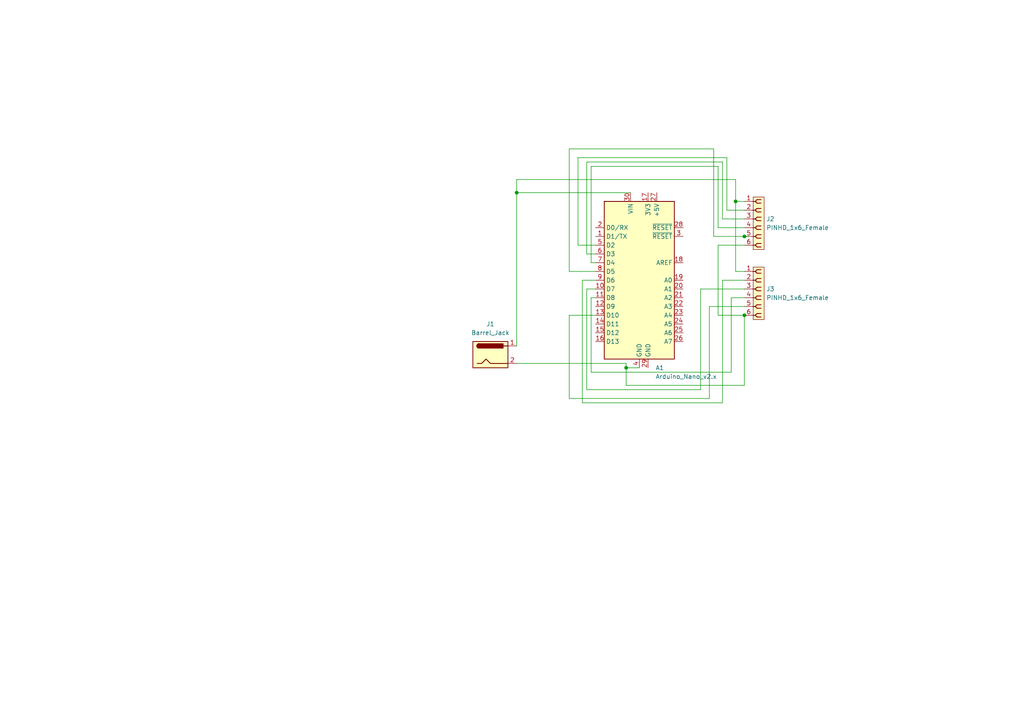
<source format=kicad_sch>
(kicad_sch (version 20250114) (generator "eeschema") (generator_version "9.0")
  (paper "A4")
  (lib_symbols
    (symbol "Connector:Barrel_Jack" (pin_names (offset 1.016))
      (property "Reference" "J" (at 0 5.334 0))
      (property "Value" "Barrel_Jack" (at 0 -5.08 0))
      (symbol "Barrel_Jack_0_1"
        (rectangle (start -5.08 3.81) (end 5.08 -3.81) (stroke (width 0.254)) (fill (type background)))
        (polyline (pts (xy -3.81 -2.54) (xy -2.54 -2.54) (xy -1.27 -1.27) (xy 0 -2.54) (xy 2.54 -2.54) (xy 5.08 -2.54)) (stroke (width 0.254)))
        (arc (start -3.302 1.905) (mid -3.9343 2.54) (end -3.302 3.175) (stroke (width 0.254)))
        (arc (start -3.302 1.905) (mid -3.9343 2.54) (end -3.302 3.175) (stroke (width 0.254)) (fill (type outline)))
        (rectangle (start 3.683 3.175) (end -3.302 1.905) (stroke (width 0.254)) (fill (type outline)))
        (polyline (pts (xy 5.08 2.54) (xy 3.81 2.54)) (stroke (width 0.254)))
      )
      (symbol "Barrel_Jack_1_1"
        (pin passive line (at 7.62 2.54 180) (length 2.54) (name "~") (number "1"))
        (pin passive line (at 7.62 -2.54 180) (length 2.54) (name "~") (number "2"))
      )
    )
    (symbol "MCU_Module:Arduino_Nano_v2.x"
      (property "Reference" "A" (at -10.16 23.495 0))
      (property "Value" "Arduino_Nano_v2.x" (at 5.08 -24.13 0))
      (symbol "Arduino_Nano_v2.x_0_1"
        (rectangle (start -10.16 22.86) (end 10.16 -22.86) (stroke (width 0.254)) (fill (type background)))
      )
      (symbol "Arduino_Nano_v2.x_1_1"
        (pin bidirectional line (at -12.7 15.24 0) (length 2.54) (name "D0/RX") (number "2"))
        (pin bidirectional line (at -12.7 12.7 0) (length 2.54) (name "D1/TX") (number "1"))
        (pin bidirectional line (at -12.7 10.16 0) (length 2.54) (name "D2") (number "5"))
        (pin bidirectional line (at -12.7 7.62 0) (length 2.54) (name "D3") (number "6"))
        (pin bidirectional line (at -12.7 5.08 0) (length 2.54) (name "D4") (number "7"))
        (pin bidirectional line (at -12.7 2.54 0) (length 2.54) (name "D5") (number "8"))
        (pin bidirectional line (at -12.7 0 0) (length 2.54) (name "D6") (number "9"))
        (pin bidirectional line (at -12.7 -2.54 0) (length 2.54) (name "D7") (number "10"))
        (pin bidirectional line (at -12.7 -5.08 0) (length 2.54) (name "D8") (number "11"))
        (pin bidirectional line (at -12.7 -7.62 0) (length 2.54) (name "D9") (number "12"))
        (pin bidirectional line (at -12.7 -10.16 0) (length 2.54) (name "D10") (number "13"))
        (pin bidirectional line (at -12.7 -12.7 0) (length 2.54) (name "D11") (number "14"))
        (pin bidirectional line (at -12.7 -15.24 0) (length 2.54) (name "D12") (number "15"))
        (pin bidirectional line (at -12.7 -17.78 0) (length 2.54) (name "D13") (number "16"))
        (pin power_in line (at -2.54 25.4 270) (length 2.54) (name "VIN") (number "30"))
        (pin power_in line (at 0 -25.4 90) (length 2.54) (name "GND") (number "4"))
        (pin power_out line (at 2.54 25.4 270) (length 2.54) (name "3V3") (number "17"))
        (pin power_in line (at 2.54 -25.4 90) (length 2.54) (name "GND") (number "29"))
        (pin power_out line (at 5.08 25.4 270) (length 2.54) (name "+5V") (number "27"))
        (pin input line (at 12.7 15.24 180) (length 2.54) (name "~{RESET}") (number "28"))
        (pin input line (at 12.7 12.7 180) (length 2.54) (name "~{RESET}") (number "3"))
        (pin input line (at 12.7 5.08 180) (length 2.54) (name "AREF") (number "18"))
        (pin bidirectional line (at 12.7 0 180) (length 2.54) (name "A0") (number "19"))
        (pin bidirectional line (at 12.7 -2.54 180) (length 2.54) (name "A1") (number "20"))
        (pin bidirectional line (at 12.7 -5.08 180) (length 2.54) (name "A2") (number "21"))
        (pin bidirectional line (at 12.7 -7.62 180) (length 2.54) (name "A3") (number "22"))
        (pin bidirectional line (at 12.7 -10.16 180) (length 2.54) (name "A4") (number "23"))
        (pin bidirectional line (at 12.7 -12.7 180) (length 2.54) (name "A5") (number "24"))
        (pin bidirectional line (at 12.7 -15.24 180) (length 2.54) (name "A6") (number "25"))
        (pin bidirectional line (at 12.7 -17.78 180) (length 2.54) (name "A7") (number "26"))
      )
    )
    (symbol "PCM_SL_Pin_Headers:PINHD_1x6_Female"
      (property "Reference" "J" (at 0 12.7 0))
      (property "Value" "PINHD_1x6_Female" (at 0 10.16 0))
      (symbol "PINHD_1x6_Female_0_1"
        (rectangle (start -1.27 7.62) (end 1.905 -7.62) (fill (type background)))
        (polyline (pts (xy -1.27 6.35) (xy -0.508 6.35)) (stroke (width 0.25)))
        (polyline (pts (xy -1.27 3.81) (xy -0.508 3.81)) (stroke (width 0.25)))
        (polyline (pts (xy -1.27 1.27) (xy -0.508 1.27)) (stroke (width 0.25)))
        (polyline (pts (xy -1.27 -1.27) (xy -0.508 -1.27)) (stroke (width 0.25)))
        (polyline (pts (xy -1.27 -3.81) (xy -0.508 -3.81)) (stroke (width 0.25)))
        (polyline (pts (xy -1.27 -6.35) (xy -0.508 -6.35)) (stroke (width 0.25)))
        (polyline (pts (xy 0 6.858) (xy 1.016 6.858)) (stroke (width 0.25)))
        (arc (start -0.508 6.35) (mid -0.3592 6.7092) (end 0 6.858) (stroke (width 0.25)))
        (arc (start 0 5.842) (mid -0.3592 5.9908) (end -0.508 6.35) (stroke (width 0.25)))
        (polyline (pts (xy 0 5.842) (xy 1.016 5.842)) (stroke (width 0.25)))
        (polyline (pts (xy 0 4.318) (xy 1.016 4.318)) (stroke (width 0.25)))
        (arc (start -0.508 3.81) (mid -0.3592 4.1692) (end 0 4.318) (stroke (width 0.25)))
        (arc (start 0 3.302) (mid -0.3592 3.4508) (end -0.508 3.81) (stroke (width 0.25)))
        (polyline (pts (xy 0 3.302) (xy 1.016 3.302)) (stroke (width 0.25)))
        (polyline (pts (xy 0 1.778) (xy 1.016 1.778)) (stroke (width 0.25)))
        (arc (start -0.508 1.27) (mid -0.3592 1.6292) (end 0 1.778) (stroke (width 0.25)))
        (arc (start 0 0.762) (mid -0.3592 0.9108) (end -0.508 1.27) (stroke (width 0.25)))
        (polyline (pts (xy 0 0.762) (xy 1.016 0.762)) (stroke (width 0.25)))
        (polyline (pts (xy 0 -0.762) (xy 1.016 -0.762)) (stroke (width 0.25)))
        (arc (start -0.508 -1.27) (mid -0.3592 -0.9108) (end 0 -0.762) (stroke (width 0.25)))
        (arc (start 0 -1.778) (mid -0.3592 -1.6292) (end -0.508 -1.27) (stroke (width 0.25)))
        (polyline (pts (xy 0 -1.778) (xy 1.016 -1.778)) (stroke (width 0.25)))
        (polyline (pts (xy 0 -3.302) (xy 1.016 -3.302)) (stroke (width 0.25)))
        (arc (start -0.508 -3.81) (mid -0.3592 -3.4508) (end 0 -3.302) (stroke (width 0.25)))
        (arc (start 0 -4.318) (mid -0.3592 -4.1692) (end -0.508 -3.81) (stroke (width 0.25)))
        (polyline (pts (xy 0 -4.318) (xy 1.016 -4.318)) (stroke (width 0.25)))
        (polyline (pts (xy 0 -5.842) (xy 1.016 -5.842)) (stroke (width 0.25)))
        (arc (start -0.508 -6.35) (mid -0.3592 -5.9908) (end 0 -5.842) (stroke (width 0.25)))
        (arc (start 0 -6.858) (mid -0.3592 -6.7092) (end -0.508 -6.35) (stroke (width 0.25)))
        (polyline (pts (xy 0 -6.858) (xy 1.016 -6.858)) (stroke (width 0.25)))
      )
      (symbol "PINHD_1x6_Female_1_1"
        (pin passive line (at -3.81 6.35 0) (length 2.54) (name "") (number "1"))
        (pin passive line (at -3.81 3.81 0) (length 2.54) (name "") (number "2"))
        (pin passive line (at -3.81 1.27 0) (length 2.54) (name "") (number "3"))
        (pin passive line (at -3.81 -1.27 0) (length 2.54) (name "") (number "4"))
        (pin passive line (at -3.81 -3.81 0) (length 2.54) (name "") (number "5"))
        (pin passive line (at -3.81 -6.35 0) (length 2.54) (name "") (number "6"))
      )
    )
  )
  (junction (at 215.9 68.58))
  (junction (at 149.86 55.88))
  (junction (at 213.36 58.42))
  (junction (at 215.9 91.44))
  (junction (at 181.61 106.68))
  (wire (pts (xy 168.91 81.28) (xy 172.72 81.28)))
  (wire (pts (xy 208.28 48.26) (xy 171.45 48.26)))
  (wire (pts (xy 170.18 46.99) (xy 170.18 73.66)))
  (wire (pts (xy 215.9 111.76) (xy 181.61 111.76)))
  (wire (pts (xy 213.36 52.07) (xy 149.86 52.07)))
  (wire (pts (xy 165.1 115.57) (xy 165.1 91.44)))
  (wire (pts (xy 172.72 71.12) (xy 167.64 71.12)))
  (wire (pts (xy 165.1 78.74) (xy 172.72 78.74)))
  (wire (pts (xy 208.28 71.12) (xy 208.28 91.44)))
  (wire (pts (xy 149.86 100.33) (xy 149.86 55.88)))
  (wire (pts (xy 215.9 63.5) (xy 209.55 63.5)))
  (wire (pts (xy 215.9 68.58) (xy 207.01 68.58)))
  (wire (pts (xy 215.9 88.9) (xy 205.74 88.9)))
  (wire (pts (xy 181.61 106.68) (xy 185.42 106.68)))
  (wire (pts (xy 215.9 81.28) (xy 209.55 81.28)))
  (wire (pts (xy 213.36 58.42) (xy 213.36 52.07)))
  (wire (pts (xy 217.17 68.58) (xy 215.9 68.58)))
  (wire (pts (xy 212.09 107.95) (xy 212.09 86.36)))
  (wire (pts (xy 172.72 86.36) (xy 171.45 86.36)))
  (wire (pts (xy 210.82 60.96) (xy 215.9 60.96)))
  (wire (pts (xy 171.45 107.95) (xy 212.09 107.95)))
  (wire (pts (xy 167.64 45.72) (xy 210.82 45.72)))
  (wire (pts (xy 181.61 105.41) (xy 181.61 106.68)))
  (wire (pts (xy 215.9 83.82) (xy 203.2 83.82)))
  (wire (pts (xy 212.09 86.36) (xy 215.9 86.36)))
  (wire (pts (xy 215.9 78.74) (xy 213.36 78.74)))
  (wire (pts (xy 149.86 105.41) (xy 181.61 105.41)))
  (wire (pts (xy 215.9 58.42) (xy 213.36 58.42)))
  (wire (pts (xy 210.82 45.72) (xy 210.82 60.96)))
  (wire (pts (xy 170.18 83.82) (xy 172.72 83.82)))
  (wire (pts (xy 209.55 81.28) (xy 209.55 116.84)))
  (wire (pts (xy 209.55 63.5) (xy 209.55 46.99)))
  (wire (pts (xy 171.45 48.26) (xy 171.45 76.2)))
  (wire (pts (xy 207.01 43.18) (xy 165.1 43.18)))
  (wire (pts (xy 170.18 113.03) (xy 170.18 83.82)))
  (wire (pts (xy 165.1 43.18) (xy 165.1 78.74)))
  (wire (pts (xy 215.9 91.44) (xy 215.9 111.76)))
  (wire (pts (xy 170.18 73.66) (xy 172.72 73.66)))
  (wire (pts (xy 208.28 66.04) (xy 208.28 48.26)))
  (wire (pts (xy 149.86 52.07) (xy 149.86 55.88)))
  (wire (pts (xy 165.1 91.44) (xy 172.72 91.44)))
  (wire (pts (xy 167.64 71.12) (xy 167.64 45.72)))
  (wire (pts (xy 215.9 71.12) (xy 208.28 71.12)))
  (wire (pts (xy 168.91 116.84) (xy 168.91 81.28)))
  (wire (pts (xy 209.55 46.99) (xy 170.18 46.99)))
  (wire (pts (xy 207.01 68.58) (xy 207.01 43.18)))
  (wire (pts (xy 203.2 83.82) (xy 203.2 113.03)))
  (wire (pts (xy 205.74 88.9) (xy 205.74 115.57)))
  (wire (pts (xy 208.28 91.44) (xy 215.9 91.44)))
  (wire (pts (xy 171.45 86.36) (xy 171.45 107.95)))
  (wire (pts (xy 203.2 113.03) (xy 170.18 113.03)))
  (wire (pts (xy 181.61 111.76) (xy 181.61 106.68)))
  (wire (pts (xy 213.36 78.74) (xy 213.36 58.42)))
  (wire (pts (xy 205.74 115.57) (xy 165.1 115.57)))
  (wire (pts (xy 209.55 116.84) (xy 168.91 116.84)))
  (wire (pts (xy 171.45 76.2) (xy 172.72 76.2)))
  (wire (pts (xy 149.86 55.88) (xy 182.88 55.88)))
  (wire (pts (xy 215.9 66.04) (xy 208.28 66.04)))
  (symbol (lib_id "PCM_SL_Pin_Headers:PINHD_1x6_Female") (at 219.71 64.77 0) (unit 1)
    (property "Reference" "J2" (at 222.25 63.4999 0) (effects (justify left)))
    (property "Value" "PINHD_1x6_Female" (at 222.25 66.0399 0) (effects (justify left)))
    (property "Footprint" "Connector_PinSocket_2.54mm:PinSocket_1x06_P2.54mm_Vertical" (effects (hide yes)))
    (property "Description" "Pin Header female with pin space 2.54mm. Pin Count -6" (effects (hide yes)))
  )
  (symbol (lib_id "PCM_SL_Pin_Headers:PINHD_1x6_Female") (at 219.71 85.09 0) (unit 1)
    (property "Reference" "J3" (at 222.25 83.8199 0) (effects (justify left)))
    (property "Value" "PINHD_1x6_Female" (at 222.25 86.3599 0) (effects (justify left)))
    (property "Footprint" "Connector_PinSocket_2.54mm:PinSocket_1x06_P2.54mm_Vertical" (effects (hide yes)))
    (property "Description" "Pin Header female with pin space 2.54mm. Pin Count -6" (effects (hide yes)))
  )
  (symbol (lib_id "MCU_Module:Arduino_Nano_v2.x") (at 185.42 81.28 0) (unit 1)
    (property "Reference" "A1" (at 190.1033 106.68 0) (effects (justify left)))
    (property "Value" "Arduino_Nano_v2.x" (at 190.1033 109.22 0) (effects (justify left)))
    (property "Footprint" "Module:Arduino_Nano" (effects (hide yes)))
    (property "Datasheet" "https://www.arduino.cc/en/uploads/Main/ArduinoNanoManual23.pdf" (effects (hide yes)))
    (property "Description" "Arduino Nano v2.x" (effects (hide yes)))
  )
  (symbol (lib_id "Connector:Barrel_Jack") (at 142.24 102.87 0) (unit 1)
    (property "Reference" "J1" (at 142.24 93.98 0))
    (property "Value" "Barrel_Jack" (at 142.24 96.52 0))
    (property "Footprint" "Connector_BarrelJack:BarrelJack_Horizontal" (effects (hide yes)))
    (property "Description" "DC Barrel Jack" (effects (hide yes)))
  )
)
</source>
